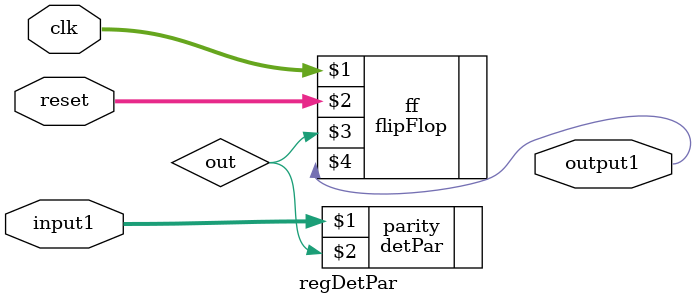
<source format=sv>
/*
module regDetPar #(parameter N=4)(
  input logic [N-1:0] input1, clk, reset,
  output logic output1
);

  logic out;
  detPar #(N) parity (
    .in(input1),
    .out(out)
  );
  flipFlop ff (
    .clk(clk),
    .reset(reset),
    .d(out),
    .q(output1)
  );

endmodule
*/

module regDetPar #(parameter N=4)(
  input logic [N-1:0] input1, clk, reset,
  output logic output1
);

  logic out;
  
  detPar parity(input1, out);
  
  flipFlop ff (clk, reset, out, output1);

endmodule

</source>
